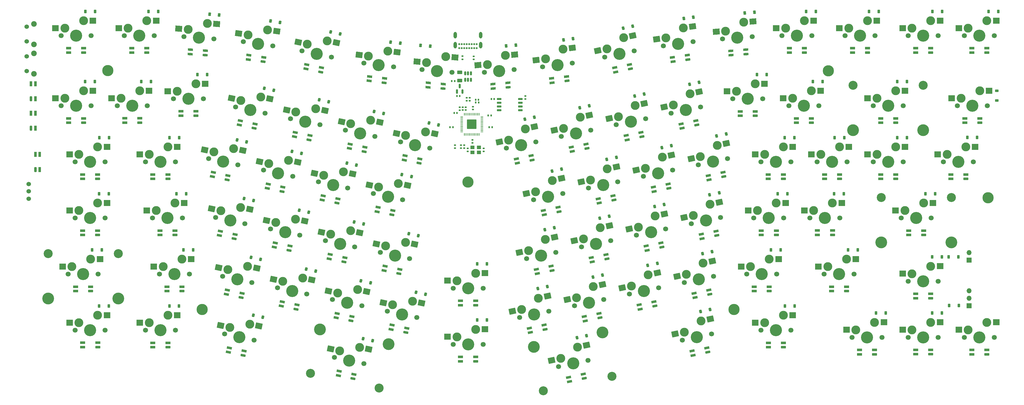
<source format=gbr>
%TF.GenerationSoftware,KiCad,Pcbnew,7.0.10*%
%TF.CreationDate,2024-01-30T23:25:51+01:00*%
%TF.ProjectId,Wonderland,576f6e64-6572-46c6-916e-642e6b696361,rev?*%
%TF.SameCoordinates,Original*%
%TF.FileFunction,Soldermask,Bot*%
%TF.FilePolarity,Negative*%
%FSLAX46Y46*%
G04 Gerber Fmt 4.6, Leading zero omitted, Abs format (unit mm)*
G04 Created by KiCad (PCBNEW 7.0.10) date 2024-01-30 23:25:51*
%MOMM*%
%LPD*%
G01*
G04 APERTURE LIST*
G04 Aperture macros list*
%AMRoundRect*
0 Rectangle with rounded corners*
0 $1 Rounding radius*
0 $2 $3 $4 $5 $6 $7 $8 $9 X,Y pos of 4 corners*
0 Add a 4 corners polygon primitive as box body*
4,1,4,$2,$3,$4,$5,$6,$7,$8,$9,$2,$3,0*
0 Add four circle primitives for the rounded corners*
1,1,$1+$1,$2,$3*
1,1,$1+$1,$4,$5*
1,1,$1+$1,$6,$7*
1,1,$1+$1,$8,$9*
0 Add four rect primitives between the rounded corners*
20,1,$1+$1,$2,$3,$4,$5,0*
20,1,$1+$1,$4,$5,$6,$7,0*
20,1,$1+$1,$6,$7,$8,$9,0*
20,1,$1+$1,$8,$9,$2,$3,0*%
%AMRotRect*
0 Rectangle, with rotation*
0 The origin of the aperture is its center*
0 $1 length*
0 $2 width*
0 $3 Rotation angle, in degrees counterclockwise*
0 Add horizontal line*
21,1,$1,$2,0,0,$3*%
G04 Aperture macros list end*
%ADD10C,1.700000*%
%ADD11C,3.000000*%
%ADD12C,4.100000*%
%ADD13R,2.300000X2.000000*%
%ADD14R,1.700000X0.820000*%
%ADD15RoundRect,0.205000X-0.645000X-0.205000X0.645000X-0.205000X0.645000X0.205000X-0.645000X0.205000X0*%
%ADD16RotRect,1.700000X0.820000X12.000000*%
%ADD17RoundRect,0.205000X-0.588283X-0.334623X0.673527X-0.066417X0.588283X0.334623X-0.673527X0.066417X0*%
%ADD18RotRect,1.700000X0.820000X352.000000*%
%ADD19RoundRect,0.205000X-0.667253X-0.113238X0.610192X-0.292772X0.667253X0.113238X-0.610192X0.292772X0*%
%ADD20RotRect,1.700000X0.820000X8.000000*%
%ADD21RoundRect,0.205000X-0.610192X-0.292772X0.667253X-0.113238X0.610192X0.292772X-0.667253X0.113238X0*%
%ADD22RotRect,1.700000X0.820000X348.000000*%
%ADD23RoundRect,0.205000X-0.673527X-0.066417X0.588283X-0.334623X0.673527X0.066417X-0.588283X0.334623X0*%
%ADD24RotRect,1.700000X0.820000X353.000000*%
%ADD25RoundRect,0.205000X-0.665175X-0.124866X0.615209X-0.282078X0.665175X0.124866X-0.615209X0.282078X0*%
%ADD26RotRect,2.300000X2.000000X168.000000*%
%ADD27RotRect,2.300000X2.000000X192.000000*%
%ADD28RotRect,1.700000X0.820000X4.000000*%
%ADD29RoundRect,0.205000X-0.629129X-0.249494X0.657729X-0.159508X0.629129X0.249494X-0.657729X0.159508X0*%
%ADD30RotRect,2.300000X2.000000X176.000000*%
%ADD31C,3.050000*%
%ADD32C,4.000000*%
%ADD33C,3.800000*%
%ADD34C,1.524000*%
%ADD35C,1.900000*%
%ADD36RotRect,2.300000X2.000000X184.000000*%
%ADD37RotRect,2.300000X2.000000X172.000000*%
%ADD38RotRect,2.300000X2.000000X188.000000*%
%ADD39RotRect,2.300000X2.000000X173.000000*%
%ADD40RotRect,2.300000X2.000000X187.000000*%
%ADD41RotRect,1.700000X0.820000X7.000000*%
%ADD42RoundRect,0.205000X-0.615209X-0.282078X0.665175X-0.124866X0.615209X0.282078X-0.665175X0.124866X0*%
%ADD43R,0.820000X1.700000*%
%ADD44RoundRect,0.205000X-0.205000X0.645000X-0.205000X-0.645000X0.205000X-0.645000X0.205000X0.645000X0*%
%ADD45RotRect,2.300000X2.000000X175.000000*%
%ADD46RotRect,1.700000X0.820000X5.000000*%
%ADD47RoundRect,0.205000X-0.624679X-0.260435X0.660413X-0.148004X0.624679X0.260435X-0.660413X0.148004X0*%
%ADD48RotRect,2.300000X2.000000X185.000000*%
%ADD49RotRect,1.700000X0.820000X356.000000*%
%ADD50RoundRect,0.205000X-0.657729X-0.159508X0.629129X-0.249494X0.657729X0.159508X-0.629129X0.249494X0*%
%ADD51RotRect,1.700000X0.820000X355.000000*%
%ADD52RoundRect,0.205000X-0.660413X-0.148004X0.624679X-0.260435X0.660413X0.148004X-0.624679X0.260435X0*%
%ADD53R,1.700000X1.700000*%
%ADD54O,1.700000X1.700000*%
%ADD55RoundRect,0.225000X0.225000X0.375000X-0.225000X0.375000X-0.225000X-0.375000X0.225000X-0.375000X0*%
%ADD56RoundRect,0.225000X0.142116X0.413585X-0.298050X0.320025X-0.142116X-0.413585X0.298050X-0.320025X0*%
%ADD57RoundRect,0.225000X0.375000X-0.225000X0.375000X0.225000X-0.375000X0.225000X-0.375000X-0.225000X0*%
%ADD58RoundRect,0.225000X0.298050X0.320025X-0.142116X0.413585X-0.298050X-0.320025X0.142116X-0.413585X0*%
%ADD59RoundRect,0.150000X0.150000X-0.587500X0.150000X0.587500X-0.150000X0.587500X-0.150000X-0.587500X0*%
%ADD60RoundRect,0.140000X0.170000X-0.140000X0.170000X0.140000X-0.170000X0.140000X-0.170000X-0.140000X0*%
%ADD61RoundRect,0.140000X-0.140000X-0.170000X0.140000X-0.170000X0.140000X0.170000X-0.140000X0.170000X0*%
%ADD62RoundRect,0.135000X-0.185000X0.135000X-0.185000X-0.135000X0.185000X-0.135000X0.185000X0.135000X0*%
%ADD63RoundRect,0.250000X-0.625000X0.375000X-0.625000X-0.375000X0.625000X-0.375000X0.625000X0.375000X0*%
%ADD64RoundRect,0.135000X0.185000X-0.135000X0.185000X0.135000X-0.185000X0.135000X-0.185000X-0.135000X0*%
%ADD65RoundRect,0.225000X0.250611X0.358391X-0.198293X0.389782X-0.250611X-0.358391X0.198293X-0.389782X0*%
%ADD66RoundRect,0.140000X-0.170000X0.140000X-0.170000X-0.140000X0.170000X-0.140000X0.170000X0.140000X0*%
%ADD67RoundRect,0.150000X0.150000X-0.512500X0.150000X0.512500X-0.150000X0.512500X-0.150000X-0.512500X0*%
%ADD68RoundRect,0.140000X0.140000X0.170000X-0.140000X0.170000X-0.140000X-0.170000X0.140000X-0.170000X0*%
%ADD69RoundRect,0.225000X0.256827X0.353963X-0.191460X0.393183X-0.256827X-0.353963X0.191460X-0.393183X0*%
%ADD70RoundRect,0.225000X0.269024X0.344784X-0.177622X0.399625X-0.269024X-0.344784X0.177622X-0.399625X0*%
%ADD71RoundRect,0.225000X0.170620X0.402664X-0.275000X0.340037X-0.170620X-0.402664X0.275000X-0.340037X0*%
%ADD72RoundRect,0.050000X0.387500X0.050000X-0.387500X0.050000X-0.387500X-0.050000X0.387500X-0.050000X0*%
%ADD73RoundRect,0.050000X0.050000X0.387500X-0.050000X0.387500X-0.050000X-0.387500X0.050000X-0.387500X0*%
%ADD74RoundRect,0.144000X1.456000X1.456000X-1.456000X1.456000X-1.456000X-1.456000X1.456000X-1.456000X0*%
%ADD75RoundRect,0.225000X0.198293X0.389782X-0.250611X0.358391X-0.198293X-0.389782X0.250611X-0.358391X0*%
%ADD76R,1.400000X1.200000*%
%ADD77RoundRect,0.150000X0.650000X0.150000X-0.650000X0.150000X-0.650000X-0.150000X0.650000X-0.150000X0*%
%ADD78RoundRect,0.225000X0.275000X0.340037X-0.170620X0.402664X-0.275000X-0.340037X0.170620X-0.402664X0*%
%ADD79RoundRect,0.225000X0.191460X0.393183X-0.256827X0.353963X-0.191460X-0.393183X0.256827X-0.353963X0*%
%ADD80RoundRect,0.225000X0.177622X0.399625X-0.269024X0.344784X-0.177622X-0.399625X0.269024X-0.344784X0*%
%ADD81C,0.650000*%
%ADD82O,1.108000X2.216000*%
G04 APERTURE END LIST*
D10*
%TO.C,KD1*%
X187402585Y-193282303D03*
D11*
X188672585Y-190742303D03*
D12*
X192482585Y-193282303D03*
D11*
X195022585Y-188202303D03*
D10*
X197562585Y-193282303D03*
D13*
X185482585Y-190702303D03*
X198182585Y-188162303D03*
%TD*%
D14*
%TO.C,RGBF7*%
X427295000Y-238015000D03*
X427295000Y-239515000D03*
D15*
X432395000Y-239515000D03*
D14*
X432395000Y-238015000D03*
%TD*%
D10*
%TO.C,KB11*%
X384283485Y-152801003D03*
D11*
X385553485Y-150261003D03*
D12*
X389363485Y-152801003D03*
D11*
X391903485Y-147721003D03*
D10*
X394443485Y-152801003D03*
D13*
X382363485Y-150221003D03*
X395063485Y-147681003D03*
%TD*%
D16*
%TO.C,RGBE8*%
X333924790Y-226701564D03*
X334236657Y-228168786D03*
D17*
X339225210Y-227108436D03*
D16*
X338913343Y-225641214D03*
%TD*%
D18*
%TO.C,RGBA3*%
X220129863Y-137968852D03*
X219921104Y-139454254D03*
D19*
X224971471Y-140164036D03*
D18*
X225180230Y-138678634D03*
%TD*%
D16*
%TO.C,RGBC6*%
X320056447Y-190695350D03*
X320368314Y-192162572D03*
D17*
X325356867Y-191102222D03*
D16*
X325045000Y-189635000D03*
%TD*%
D14*
%TO.C,RGBF1*%
X187555000Y-235625000D03*
X187555000Y-237125000D03*
D15*
X192655000Y-237125000D03*
D14*
X192655000Y-235625000D03*
%TD*%
D10*
%TO.C,KD11*%
X391427285Y-193282303D03*
D11*
X392697285Y-190742303D03*
D12*
X396507285Y-193282303D03*
D11*
X399047285Y-188202303D03*
D10*
X401587285Y-193282303D03*
D13*
X389507285Y-190702303D03*
X402207285Y-188162303D03*
%TD*%
D14*
%TO.C,RGBD11*%
X393955000Y-197535000D03*
X393955000Y-199035000D03*
D15*
X399055000Y-199035000D03*
D14*
X399055000Y-197535000D03*
%TD*%
D20*
%TO.C,RGBA10*%
X363815437Y-138677190D03*
X364024196Y-140162592D03*
D21*
X369074563Y-139452810D03*
D20*
X368865804Y-137967408D03*
%TD*%
D10*
%TO.C,KC12*%
X431908485Y-174232303D03*
D11*
X433178485Y-171692303D03*
D12*
X436988485Y-174232303D03*
D11*
X439528485Y-169152303D03*
D10*
X442068485Y-174232303D03*
D13*
X429988485Y-171652303D03*
X442688485Y-169112303D03*
%TD*%
D22*
%TO.C,RGBF3*%
X250776447Y-245254650D03*
X250464580Y-246721872D03*
D23*
X255453133Y-247782222D03*
D22*
X255765000Y-246315000D03*
%TD*%
D24*
%TO.C,RGBA5*%
X261095409Y-145219824D03*
X260912605Y-146708643D03*
D25*
X265974591Y-147330176D03*
D24*
X266157395Y-145841357D03*
%TD*%
D10*
%TO.C,KC4*%
X243721892Y-180988526D03*
D11*
X245492235Y-178768079D03*
D12*
X248690882Y-182044718D03*
D11*
X252231568Y-177603824D03*
D10*
X253659872Y-183100909D03*
D26*
X242380261Y-178065715D03*
X255330831Y-178221699D03*
%TD*%
D10*
%TO.C,KB10*%
X363403810Y-157657991D03*
D11*
X364117962Y-154909449D03*
D12*
X368372800Y-156601800D03*
D11*
X369801103Y-151104715D03*
D10*
X373341790Y-155545609D03*
D27*
X360989354Y-155533561D03*
X372883733Y-150408588D03*
%TD*%
D10*
%TO.C,KE3*%
X229850692Y-216991226D03*
D11*
X231621035Y-214770779D03*
D12*
X234819682Y-218047418D03*
D11*
X238360368Y-213606524D03*
D10*
X239788672Y-219103609D03*
D26*
X228509061Y-214068415D03*
X241459631Y-214224399D03*
%TD*%
D14*
%TO.C,RGBF10*%
X446345000Y-135615000D03*
X446345000Y-137115000D03*
D15*
X451445000Y-137115000D03*
D14*
X451445000Y-135615000D03*
%TD*%
D28*
%TO.C,RGBA11*%
X383598894Y-136474706D03*
X383703529Y-137971052D03*
D29*
X388791106Y-137615294D03*
D28*
X388686471Y-136118948D03*
%TD*%
D16*
%TO.C,RGBB8*%
X329496447Y-169205350D03*
X329808314Y-170672572D03*
D17*
X334796867Y-169612222D03*
D16*
X334485000Y-168145000D03*
%TD*%
D10*
%TO.C,KB9*%
X344770110Y-161618691D03*
D11*
X345484262Y-158870149D03*
D12*
X349739100Y-160562500D03*
D11*
X351167403Y-155065415D03*
D10*
X354708090Y-159506309D03*
D27*
X342355654Y-159494261D03*
X354250033Y-154369288D03*
%TD*%
D16*
%TO.C,RGBA9*%
X344236447Y-142225349D03*
X344548314Y-143692571D03*
D17*
X349536867Y-142632221D03*
D16*
X349225000Y-141164999D03*
%TD*%
D10*
%TO.C,KC1*%
X185021285Y-174232303D03*
D11*
X186291285Y-171692303D03*
D12*
X190101285Y-174232303D03*
D11*
X192641285Y-169152303D03*
D10*
X195181285Y-174232303D03*
D13*
X183101285Y-171652303D03*
X195801285Y-169112303D03*
%TD*%
D10*
%TO.C,KA2*%
X198081127Y-131703068D03*
D11*
X199525215Y-129257846D03*
D12*
X203148752Y-132057431D03*
D11*
X206036928Y-127166987D03*
D10*
X208216378Y-132411794D03*
D30*
X196345776Y-128995420D03*
X209192020Y-127347515D03*
%TD*%
D10*
%TO.C,KF8*%
X443814785Y-233763503D03*
D11*
X445084785Y-231223503D03*
D12*
X448894785Y-233763503D03*
D11*
X451434785Y-228683503D03*
D10*
X453974785Y-233763503D03*
D13*
X441894785Y-231183503D03*
X454594785Y-228643503D03*
%TD*%
D14*
%TO.C,RGBB13*%
X434445000Y-159425000D03*
X434445000Y-160925000D03*
D15*
X439545000Y-160925000D03*
D14*
X439545000Y-159425000D03*
%TD*%
D10*
%TO.C,KA9*%
X340872810Y-138594591D03*
D11*
X341586962Y-135846049D03*
D12*
X345841800Y-137538400D03*
D11*
X347270103Y-132041315D03*
D10*
X350810790Y-136482209D03*
D27*
X338458354Y-136470161D03*
X350352733Y-131345188D03*
%TD*%
D10*
%TO.C,KA12*%
X400952285Y-131369803D03*
D11*
X402222285Y-128829803D03*
D12*
X406032285Y-131369803D03*
D11*
X408572285Y-126289803D03*
D10*
X411112285Y-131369803D03*
D13*
X399032285Y-128789803D03*
X411732285Y-126249803D03*
%TD*%
D10*
%TO.C,KE8*%
X330567410Y-223064391D03*
D11*
X331281562Y-220315849D03*
D12*
X335536400Y-222008200D03*
D11*
X336964703Y-216511115D03*
D10*
X340505390Y-220952009D03*
D27*
X328152954Y-220939961D03*
X340047333Y-215814988D03*
%TD*%
D10*
%TO.C,KF0*%
X161208835Y-231382303D03*
D11*
X162478835Y-228842303D03*
D12*
X166288835Y-231382303D03*
D11*
X168828835Y-226302303D03*
D10*
X171368835Y-231382303D03*
D13*
X159288835Y-228802303D03*
X171988835Y-226262303D03*
%TD*%
D31*
%TO.C,KD13*%
X434613535Y-186282303D03*
D32*
X434613535Y-201522303D03*
D10*
X441433535Y-193282303D03*
D11*
X442703535Y-190742303D03*
D12*
X446513535Y-193282303D03*
D11*
X449053535Y-188202303D03*
D10*
X451593535Y-193282303D03*
D31*
X458413535Y-186282303D03*
D32*
X458413535Y-201522303D03*
D13*
X439513535Y-190702303D03*
X452213535Y-188162303D03*
%TD*%
D16*
%TO.C,RGBB10*%
X366766447Y-161285350D03*
X367078314Y-162752572D03*
D17*
X372066867Y-161692222D03*
D16*
X371755000Y-160225000D03*
%TD*%
D10*
%TO.C,KC11*%
X412858485Y-174232303D03*
D11*
X414128485Y-171692303D03*
D12*
X417938485Y-174232303D03*
D11*
X420478485Y-169152303D03*
D10*
X423018485Y-174232303D03*
D13*
X410938485Y-171652303D03*
X423638485Y-169112303D03*
%TD*%
D14*
%TO.C,RGBC1*%
X187555000Y-178485000D03*
X187555000Y-179985000D03*
D15*
X192655000Y-179985000D03*
D14*
X192655000Y-178485000D03*
%TD*%
D33*
%TO.C,MountTopMiddle6*%
X470866285Y-186384803D03*
%TD*%
D34*
%TO.C,RSW2*%
X144730000Y-133340000D03*
X144730000Y-128340000D03*
D35*
X147230000Y-134340000D03*
X147230000Y-127340000D03*
%TD*%
D10*
%TO.C,KA11*%
X380773388Y-132411833D03*
D11*
X381863113Y-129789430D03*
D12*
X385841013Y-132057470D03*
D11*
X388020463Y-126812663D03*
D10*
X390908638Y-131703107D03*
D36*
X378678093Y-129972050D03*
X391169975Y-126552330D03*
%TD*%
D10*
%TO.C,KD9*%
X351582310Y-199121891D03*
D11*
X352296462Y-196373349D03*
D12*
X356551300Y-198065700D03*
D11*
X357979603Y-192568615D03*
D10*
X361520290Y-197009509D03*
D27*
X349167854Y-196997461D03*
X361062233Y-191872488D03*
%TD*%
D10*
%TO.C,KA13*%
X422383485Y-131369803D03*
D11*
X423653485Y-128829803D03*
D12*
X427463485Y-131369803D03*
D11*
X430003485Y-126289803D03*
D10*
X432543485Y-131369803D03*
D13*
X420463485Y-128789803D03*
X433163485Y-126249803D03*
%TD*%
D10*
%TO.C,KD4*%
X246103192Y-200970226D03*
D11*
X247873535Y-198749779D03*
D12*
X251072182Y-202026418D03*
D11*
X254612868Y-197585524D03*
D10*
X256041172Y-203082609D03*
D26*
X244761561Y-198047415D03*
X257712131Y-198203399D03*
%TD*%
D10*
%TO.C,KA3*%
X218213503Y-133410031D03*
D11*
X219824643Y-131071500D03*
D12*
X223244065Y-134117030D03*
D11*
X226466345Y-129439968D03*
D10*
X228274626Y-134824029D03*
D37*
X216671255Y-130587927D03*
X229601159Y-129840144D03*
%TD*%
D32*
%TO.C,KF4*%
X316827121Y-237036464D03*
D31*
X319995695Y-251943434D03*
D10*
X325211280Y-243678443D03*
D11*
X325925432Y-240929900D03*
D12*
X330180270Y-242622251D03*
D11*
X331608573Y-237125166D03*
D10*
X335149259Y-241566060D03*
D32*
X340107034Y-232088166D03*
D31*
X343275608Y-246995136D03*
D27*
X322796824Y-241554012D03*
X334691203Y-236429039D03*
%TD*%
D14*
%TO.C,RGBD12*%
X413005000Y-197515000D03*
X413005000Y-199015000D03*
D15*
X418105000Y-199015000D03*
D14*
X418105000Y-197515000D03*
%TD*%
%TO.C,RGBB1*%
X178025000Y-159415000D03*
X178025000Y-160915000D03*
D15*
X183125000Y-160915000D03*
D14*
X183125000Y-159415000D03*
%TD*%
D10*
%TO.C,KF10*%
X443814785Y-131369803D03*
D11*
X445084785Y-128829803D03*
D12*
X448894785Y-131369803D03*
D11*
X451434785Y-126289803D03*
D10*
X453974785Y-131369803D03*
D13*
X441894785Y-128789803D03*
X454594785Y-126249803D03*
%TD*%
D10*
%TO.C,KB2*%
X194546285Y-152801003D03*
D11*
X195816285Y-150261003D03*
D12*
X199626285Y-152801003D03*
D11*
X202166285Y-147721003D03*
D10*
X204706285Y-152801003D03*
D13*
X192626285Y-150221003D03*
X205326285Y-147681003D03*
%TD*%
D10*
%TO.C,KA10*%
X360715150Y-134823982D03*
D11*
X361619291Y-132131951D03*
D12*
X365745712Y-134116983D03*
D11*
X367553994Y-128732921D03*
D10*
X370776274Y-133409983D03*
D38*
X358454769Y-132536303D03*
X370677674Y-128253523D03*
%TD*%
D14*
%TO.C,RGBB0*%
X158975000Y-159435000D03*
X158975000Y-160935000D03*
D15*
X164075000Y-160935000D03*
D14*
X164075000Y-159435000D03*
%TD*%
D10*
%TO.C,KB0*%
X156446285Y-155182303D03*
D11*
X157716285Y-152642303D03*
D12*
X161526285Y-155182303D03*
D11*
X164066285Y-150102303D03*
D10*
X166606285Y-155182303D03*
D13*
X154526285Y-152602303D03*
X167226285Y-150062303D03*
%TD*%
D10*
%TO.C,KB6*%
X271549092Y-167427726D03*
D11*
X273319435Y-165207279D03*
D12*
X276518082Y-168483918D03*
D11*
X280058768Y-164043024D03*
D10*
X281487072Y-169540109D03*
D26*
X270207461Y-164504915D03*
X283158031Y-164660899D03*
%TD*%
D33*
%TO.C,MountTopMiddle4*%
X384676285Y-224324803D03*
%TD*%
D10*
%TO.C,KA5*%
X259110447Y-140697614D03*
D11*
X260680529Y-138331321D03*
D12*
X264152582Y-141316711D03*
D11*
X267292745Y-136584124D03*
D10*
X269194716Y-141935807D03*
D39*
X257519181Y-137902856D03*
X270434066Y-136929530D03*
%TD*%
D22*
%TO.C,RGBD4*%
X247696447Y-205644650D03*
X247384580Y-207111872D03*
D23*
X252373133Y-208172222D03*
D22*
X252685000Y-206705000D03*
%TD*%
D10*
%TO.C,KB4*%
X234281692Y-159506326D03*
D11*
X236052035Y-157285879D03*
D12*
X239250682Y-160562518D03*
D11*
X242791368Y-156121624D03*
D10*
X244219672Y-161618709D03*
D26*
X232940061Y-156583515D03*
X245890631Y-156739499D03*
%TD*%
D10*
%TO.C,KE6*%
X289414885Y-236144803D03*
D11*
X290684885Y-233604803D03*
D12*
X294494885Y-236144803D03*
D11*
X297034885Y-231064803D03*
D10*
X299574885Y-236144803D03*
D13*
X287494885Y-233564803D03*
X300194885Y-231024803D03*
%TD*%
D10*
%TO.C,KC7*%
X335329910Y-183100891D03*
D11*
X336044062Y-180352349D03*
D12*
X340298900Y-182044700D03*
D11*
X341727203Y-176547615D03*
D10*
X345267890Y-180988509D03*
D27*
X332915454Y-180976461D03*
X344809833Y-175851488D03*
%TD*%
D10*
%TO.C,KC6*%
X316696210Y-187061591D03*
D11*
X317410362Y-184313049D03*
D12*
X321665200Y-186005400D03*
D11*
X323093503Y-180508315D03*
D10*
X326634190Y-184949209D03*
D27*
X314281754Y-184937161D03*
X326176133Y-179812188D03*
%TD*%
D22*
%TO.C,RGBE5*%
X268706447Y-229604650D03*
X268394580Y-231071872D03*
D23*
X273383133Y-232132222D03*
D22*
X273695000Y-230665000D03*
%TD*%
D10*
%TO.C,KE11*%
X389045985Y-212332303D03*
D11*
X390315985Y-209792303D03*
D12*
X394125985Y-212332303D03*
D11*
X396665985Y-207252303D03*
D10*
X399205985Y-212332303D03*
D13*
X387125985Y-209752303D03*
X399825985Y-207212303D03*
%TD*%
D14*
%TO.C,RGBF6*%
X396345000Y-235635000D03*
X396345000Y-237135000D03*
D15*
X401445000Y-237135000D03*
D14*
X401445000Y-235635000D03*
%TD*%
D10*
%TO.C,KA8*%
X319795058Y-141935796D03*
D11*
X320746044Y-139259955D03*
D12*
X324837193Y-141316700D03*
D11*
X326739164Y-135965017D03*
D10*
X329879327Y-140697603D03*
D40*
X317574947Y-139609016D03*
X329870735Y-135540208D03*
%TD*%
D16*
%TO.C,RGBD7*%
X317676447Y-210675350D03*
X317988314Y-212142572D03*
D17*
X322976867Y-211082222D03*
D16*
X322665000Y-209615000D03*
%TD*%
D22*
%TO.C,RGBB6*%
X273136657Y-172111214D03*
X272824790Y-173578436D03*
D23*
X277813343Y-174638786D03*
D22*
X278125210Y-173171564D03*
%TD*%
D10*
%TO.C,KE4*%
X248484392Y-220952026D03*
D11*
X250254735Y-218731579D03*
D12*
X253453382Y-222008218D03*
D11*
X256994068Y-217567324D03*
D10*
X258422372Y-223064409D03*
D26*
X247142761Y-218029215D03*
X260093331Y-218185199D03*
%TD*%
D10*
%TO.C,KF11*%
X462864785Y-131369803D03*
D11*
X464134785Y-128829803D03*
D12*
X467944785Y-131369803D03*
D11*
X470484785Y-126289803D03*
D10*
X473024785Y-131369803D03*
D13*
X460944785Y-128789803D03*
X473644785Y-126249803D03*
%TD*%
D10*
%TO.C,KC3*%
X225088192Y-177027826D03*
D11*
X226858535Y-174807379D03*
D12*
X230057182Y-178084018D03*
D11*
X233597868Y-173643124D03*
D10*
X235026172Y-179140209D03*
D26*
X223746561Y-174105015D03*
X236697131Y-174260999D03*
%TD*%
D10*
%TO.C,KB3*%
X215647992Y-155545626D03*
D11*
X217418335Y-153325179D03*
D12*
X220616982Y-156601818D03*
D11*
X224157668Y-152160924D03*
D10*
X225585972Y-157658009D03*
D26*
X214306361Y-152622815D03*
X227256931Y-152778799D03*
%TD*%
D14*
%TO.C,RGBF11*%
X465395000Y-135625000D03*
X465395000Y-137125000D03*
D15*
X470495000Y-137125000D03*
D14*
X470495000Y-135625000D03*
%TD*%
D10*
%TO.C,KD7*%
X314314910Y-207043391D03*
D11*
X315029062Y-204294849D03*
D12*
X319283900Y-205987200D03*
D11*
X320712203Y-200490115D03*
D10*
X324252890Y-204931009D03*
D27*
X311900454Y-204918961D03*
X323794833Y-199793988D03*
%TD*%
D33*
%TO.C,MountTopMiddle1*%
X172256285Y-143174803D03*
%TD*%
D14*
%TO.C,RGBF8*%
X446345000Y-238005000D03*
X446345000Y-239505000D03*
D15*
X451445000Y-239505000D03*
D14*
X451445000Y-238005000D03*
%TD*%
D22*
%TO.C,RGBE3*%
X231436657Y-221671214D03*
X231124790Y-223138436D03*
D23*
X236113343Y-224198786D03*
D22*
X236425210Y-222731564D03*
%TD*%
D14*
%TO.C,RGBD1*%
X189935000Y-197535000D03*
X189935000Y-199035000D03*
D15*
X195035000Y-199035000D03*
D14*
X195035000Y-197535000D03*
%TD*%
D16*
%TO.C,RGBF5*%
X370496447Y-238395350D03*
X370808314Y-239862572D03*
D17*
X375796867Y-238802222D03*
D16*
X375485000Y-237335000D03*
%TD*%
D14*
%TO.C,RGBB11*%
X386815000Y-157055000D03*
X386815000Y-158555000D03*
D15*
X391915000Y-158555000D03*
D14*
X391915000Y-157055000D03*
%TD*%
%TO.C,RGBE11*%
X391575000Y-216585000D03*
X391575000Y-218085000D03*
D15*
X396675000Y-218085000D03*
D14*
X396675000Y-216585000D03*
%TD*%
D34*
%TO.C,RSW1*%
X144730000Y-143340003D03*
X144730000Y-138340003D03*
D35*
X147230000Y-144340003D03*
X147230000Y-137340003D03*
%TD*%
D16*
%TO.C,RGBB7*%
X310866447Y-173175350D03*
X311178314Y-174642572D03*
D17*
X316166867Y-173582222D03*
D16*
X315855000Y-172115000D03*
%TD*%
D10*
%TO.C,KD2*%
X208835792Y-193048826D03*
D11*
X210606135Y-190828379D03*
D12*
X213804782Y-194105018D03*
D11*
X217345468Y-189664124D03*
D10*
X218773772Y-195161209D03*
D26*
X207494161Y-190126015D03*
X220444731Y-190281999D03*
%TD*%
D10*
%TO.C,KD6*%
X289414885Y-217094803D03*
D11*
X290684885Y-214554803D03*
D12*
X294494885Y-217094803D03*
D11*
X297034885Y-212014803D03*
D10*
X299574885Y-217094803D03*
D13*
X287494885Y-214514803D03*
X300194885Y-211974803D03*
%TD*%
D10*
%TO.C,KF7*%
X424764785Y-233763503D03*
D11*
X426034785Y-231223503D03*
D12*
X429844785Y-233763503D03*
D11*
X432384785Y-228683503D03*
D10*
X434924785Y-233763503D03*
D13*
X422844785Y-231183503D03*
X435544785Y-228643503D03*
%TD*%
D14*
%TO.C,RGBE12*%
X417775000Y-216585000D03*
X417775000Y-218085000D03*
D15*
X422875000Y-218085000D03*
D14*
X422875000Y-216585000D03*
%TD*%
%TO.C,RGBA13*%
X424915000Y-135615000D03*
X424915000Y-137115000D03*
D15*
X430015000Y-137115000D03*
D14*
X430015000Y-135615000D03*
%TD*%
D16*
%TO.C,RGBB9*%
X348134790Y-165251564D03*
X348446657Y-166718786D03*
D17*
X353435210Y-165658436D03*
D16*
X353123343Y-164191214D03*
%TD*%
D14*
%TO.C,RGBE13*%
X446345000Y-218965000D03*
X446345000Y-220465000D03*
D15*
X451445000Y-220465000D03*
D14*
X451445000Y-218965000D03*
%TD*%
D10*
%TO.C,KC2*%
X206454492Y-173067026D03*
D11*
X208224835Y-170846579D03*
D12*
X211423482Y-174123218D03*
D11*
X214964168Y-169682324D03*
D10*
X216392472Y-175179409D03*
D26*
X205112861Y-170144215D03*
X218063431Y-170300199D03*
%TD*%
D33*
%TO.C,MountTopMiddle3*%
X294475000Y-181015000D03*
%TD*%
D10*
%TO.C,KE12*%
X415239735Y-212332303D03*
D11*
X416509735Y-209792303D03*
D12*
X420319735Y-212332303D03*
D11*
X422859735Y-207252303D03*
D10*
X425399735Y-212332303D03*
D13*
X413319735Y-209752303D03*
X426019735Y-207212303D03*
%TD*%
D10*
%TO.C,KC13*%
X455720985Y-174232303D03*
D11*
X456990985Y-171692303D03*
D12*
X460800985Y-174232303D03*
D11*
X463340985Y-169152303D03*
D10*
X465880985Y-174232303D03*
D13*
X453800985Y-171652303D03*
X466500985Y-169112303D03*
%TD*%
D14*
%TO.C,RGBC10*%
X396335000Y-178475000D03*
X396335000Y-179975000D03*
D15*
X401435000Y-179975000D03*
D14*
X401435000Y-178475000D03*
%TD*%
D16*
%TO.C,RGBF4*%
X328566447Y-247305350D03*
X328878314Y-248772572D03*
D17*
X333866867Y-247712222D03*
D16*
X333555000Y-246245000D03*
%TD*%
%TO.C,RGBD9*%
X354936447Y-202745350D03*
X355248314Y-204212572D03*
D17*
X360236867Y-203152222D03*
D16*
X359925000Y-201685000D03*
%TD*%
D10*
%TO.C,KE5*%
X267118192Y-224912726D03*
D11*
X268888535Y-222692279D03*
D12*
X272087182Y-225968918D03*
D11*
X275627868Y-221528024D03*
D10*
X277056172Y-227025109D03*
D26*
X265776561Y-221989915D03*
X278727131Y-222145899D03*
%TD*%
D14*
%TO.C,RGBC0*%
X163735000Y-178485000D03*
X163735000Y-179985000D03*
D15*
X168835000Y-179985000D03*
D14*
X168835000Y-178485000D03*
%TD*%
%TO.C,RGBC11*%
X415395000Y-178485000D03*
X415395000Y-179985000D03*
D15*
X420495000Y-179985000D03*
D14*
X420495000Y-178485000D03*
%TD*%
D41*
%TO.C,RGBA8*%
X322822605Y-145841357D03*
X323005409Y-147330176D03*
D42*
X328067395Y-146708643D03*
D41*
X327884591Y-145219824D03*
%TD*%
D10*
%TO.C,KC5*%
X262355692Y-184949226D03*
D11*
X264126035Y-182728779D03*
D12*
X267324682Y-186005418D03*
D11*
X270865368Y-181564524D03*
D10*
X272293672Y-187061609D03*
D26*
X261014061Y-182026415D03*
X273964631Y-182182399D03*
%TD*%
D10*
%TO.C,KC8*%
X353963610Y-179140191D03*
D11*
X354677762Y-176391649D03*
D12*
X358932600Y-178084000D03*
D11*
X360360903Y-172586915D03*
D10*
X363901590Y-177027809D03*
D27*
X351549154Y-177015761D03*
X363443533Y-171890788D03*
%TD*%
D10*
%TO.C,KA4*%
X238178992Y-136482226D03*
D11*
X239949335Y-134261779D03*
D12*
X243147982Y-137538418D03*
D11*
X246688668Y-133097524D03*
D10*
X248116972Y-138594609D03*
D26*
X236837361Y-133559415D03*
X249787931Y-133715399D03*
%TD*%
D43*
%TO.C,RGBI0*%
X149190000Y-171682303D03*
X147690000Y-171682303D03*
D44*
X147690000Y-176782303D03*
D43*
X149190000Y-176782303D03*
%TD*%
%TO.C,RGBI2*%
X147690000Y-147710000D03*
X146190000Y-147710000D03*
D44*
X146190000Y-152810000D03*
D43*
X147690000Y-152810000D03*
%TD*%
D14*
%TO.C,RGBA1*%
X180405000Y-135615000D03*
X180405000Y-137115000D03*
D15*
X185505000Y-137115000D03*
D14*
X185505000Y-135615000D03*
%TD*%
%TO.C,RGBC13*%
X458255000Y-178475000D03*
X458255000Y-179975000D03*
D15*
X463355000Y-179975000D03*
D14*
X463355000Y-178475000D03*
%TD*%
D16*
%TO.C,RGBD10*%
X373576447Y-198785350D03*
X373888314Y-200252572D03*
D17*
X378876867Y-199192222D03*
D16*
X378565000Y-197725000D03*
%TD*%
D10*
%TO.C,KD0*%
X161208835Y-193282303D03*
D11*
X162478835Y-190742303D03*
D12*
X166288835Y-193282303D03*
D11*
X168828835Y-188202303D03*
D10*
X171368835Y-193282303D03*
D13*
X159288835Y-190702303D03*
X171988835Y-188162303D03*
%TD*%
D10*
%TO.C,KA6*%
X278865312Y-142899665D03*
D11*
X280351855Y-140480018D03*
D12*
X283925981Y-143342416D03*
D11*
X286899067Y-138503122D03*
D10*
X288986650Y-143785167D03*
D45*
X277177480Y-140162143D03*
X290050528Y-138738687D03*
%TD*%
D14*
%TO.C,RGBF12*%
X463015000Y-159435000D03*
X463015000Y-160935000D03*
D15*
X468115000Y-160935000D03*
D14*
X468115000Y-159435000D03*
%TD*%
D10*
%TO.C,KD12*%
X410477285Y-193282303D03*
D11*
X411747285Y-190742303D03*
D12*
X415557285Y-193282303D03*
D11*
X418097285Y-188202303D03*
D10*
X420637285Y-193282303D03*
D13*
X408557285Y-190702303D03*
X421257285Y-188162303D03*
%TD*%
D46*
%TO.C,RGBA7*%
X302894407Y-147799493D03*
X303025140Y-149293785D03*
D47*
X308105733Y-148849291D03*
D46*
X307975000Y-147354999D03*
%TD*%
D10*
%TO.C,KB12*%
X403333485Y-155182303D03*
D11*
X404603485Y-152642303D03*
D12*
X408413485Y-155182303D03*
D11*
X410953485Y-150102303D03*
D10*
X413493485Y-155182303D03*
D13*
X401413485Y-152602303D03*
X414113485Y-150062303D03*
%TD*%
D10*
%TO.C,KF2*%
X211914706Y-232654416D03*
D11*
X213685049Y-230433969D03*
D12*
X216883696Y-233710607D03*
D11*
X220424382Y-229269713D03*
D10*
X221852686Y-234766799D03*
D26*
X210573075Y-229731605D03*
X223523645Y-229887588D03*
%TD*%
D34*
%TO.C,J3*%
X145455004Y-186690001D03*
X145455004Y-184190001D03*
X145455004Y-181690001D03*
%TD*%
D10*
%TO.C,KA0*%
X156446285Y-131369803D03*
D11*
X157716285Y-128829803D03*
D12*
X161526285Y-131369803D03*
D11*
X164066285Y-126289803D03*
D10*
X166606285Y-131369803D03*
D13*
X154526285Y-128789803D03*
X167226285Y-126249803D03*
%TD*%
D10*
%TO.C,KF12*%
X460483485Y-155182303D03*
D11*
X461753485Y-152642303D03*
D12*
X465563485Y-155182303D03*
D11*
X468103485Y-150102303D03*
D10*
X470643485Y-155182303D03*
D13*
X458563485Y-152602303D03*
X471263485Y-150062303D03*
%TD*%
D16*
%TO.C,RGBE9*%
X352554790Y-222731564D03*
X352866657Y-224198786D03*
D17*
X357855210Y-223138436D03*
D16*
X357543343Y-221671214D03*
%TD*%
D10*
%TO.C,KB7*%
X307502710Y-169540191D03*
D11*
X308216862Y-166791649D03*
D12*
X312471700Y-168484000D03*
D11*
X313900003Y-162986915D03*
D10*
X317440690Y-167427809D03*
D27*
X305088254Y-167415761D03*
X316982633Y-162290788D03*
%TD*%
D31*
%TO.C,KE0*%
X152007535Y-205332303D03*
D32*
X152007535Y-220572303D03*
D10*
X158827535Y-212332303D03*
D11*
X160097535Y-209792303D03*
D12*
X163907535Y-212332303D03*
D11*
X166447535Y-207252303D03*
D10*
X168987535Y-212332303D03*
D31*
X175807535Y-205332303D03*
D32*
X175807535Y-220572303D03*
D13*
X156907535Y-209752303D03*
X169607535Y-207212303D03*
%TD*%
D10*
%TO.C,KB8*%
X326136410Y-165579391D03*
D11*
X326850562Y-162830849D03*
D12*
X331105400Y-164523200D03*
D11*
X332533703Y-159026115D03*
D10*
X336074390Y-163467009D03*
D27*
X323721954Y-163454961D03*
X335616333Y-158329988D03*
%TD*%
D14*
%TO.C,RGBE1*%
X192325000Y-216585000D03*
X192325000Y-218085000D03*
D15*
X197425000Y-218085000D03*
D14*
X197425000Y-216585000D03*
%TD*%
D10*
%TO.C,KC9*%
X372597310Y-175179491D03*
D11*
X373311462Y-172430949D03*
D12*
X377566300Y-174123300D03*
D11*
X378994603Y-168626215D03*
D10*
X382535290Y-173067109D03*
D27*
X370182854Y-173055061D03*
X382077233Y-167930088D03*
%TD*%
D22*
%TO.C,RGBC2*%
X208046657Y-177751214D03*
X207734790Y-179218436D03*
D23*
X212723343Y-180278786D03*
D22*
X213035210Y-178811564D03*
%TD*%
D31*
%TO.C,KB13*%
X425088485Y-148182303D03*
D32*
X425088485Y-163422303D03*
D10*
X431908485Y-155182303D03*
D11*
X433178485Y-152642303D03*
D12*
X436988485Y-155182303D03*
D11*
X439528485Y-150102303D03*
D10*
X442068485Y-155182303D03*
D31*
X448888485Y-148182303D03*
D32*
X448888485Y-163422303D03*
D13*
X429988485Y-152602303D03*
X442688485Y-150062303D03*
%TD*%
D10*
%TO.C,KB5*%
X252915392Y-163467026D03*
D11*
X254685735Y-161246579D03*
D12*
X257884382Y-164523218D03*
D11*
X261425068Y-160082324D03*
D10*
X262853372Y-165579409D03*
D26*
X251573761Y-160544215D03*
X264524331Y-160700199D03*
%TD*%
D10*
%TO.C,KE1*%
X189783785Y-212332303D03*
D11*
X191053785Y-209792303D03*
D12*
X194863785Y-212332303D03*
D11*
X197403785Y-207252303D03*
D10*
X199943785Y-212332303D03*
D13*
X187863785Y-209752303D03*
X200563785Y-207212303D03*
%TD*%
D22*
%TO.C,RGBC5*%
X263946657Y-189631214D03*
X263634790Y-191098436D03*
D23*
X268623343Y-192158786D03*
D22*
X268935210Y-190691564D03*
%TD*%
D10*
%TO.C,KC0*%
X161208785Y-174232303D03*
D11*
X162478785Y-171692303D03*
D12*
X166288785Y-174232303D03*
D11*
X168828785Y-169152303D03*
D10*
X171368785Y-174232303D03*
D13*
X159288785Y-171652303D03*
X171988785Y-169112303D03*
%TD*%
D10*
%TO.C,KA7*%
X300003129Y-143785150D03*
D11*
X301046921Y-141144128D03*
D12*
X305063798Y-143342399D03*
D11*
X307151381Y-138060354D03*
D10*
X310124467Y-142899648D03*
D48*
X297865573Y-141382307D03*
X310295870Y-137745094D03*
%TD*%
D16*
%TO.C,RGBD8*%
X336304790Y-206711564D03*
X336616657Y-208178786D03*
D17*
X341605210Y-207118436D03*
D16*
X341293343Y-205651214D03*
%TD*%
D32*
%TO.C,KF3*%
X244223480Y-231102362D03*
D31*
X241054906Y-246009331D03*
D10*
X249182190Y-240575854D03*
D11*
X250952533Y-238355407D03*
D12*
X254151180Y-241632046D03*
D11*
X257691866Y-237191152D03*
D10*
X259120170Y-242688237D03*
D32*
X267503393Y-236050660D03*
D31*
X264334819Y-250957630D03*
D26*
X247840559Y-237653043D03*
X260791129Y-237809027D03*
%TD*%
D22*
%TO.C,RGBB3*%
X217236657Y-160221214D03*
X216924790Y-161688436D03*
D23*
X221913343Y-162748786D03*
D22*
X222225210Y-161281564D03*
%TD*%
D14*
%TO.C,RGBF0*%
X163745000Y-235615000D03*
X163745000Y-237115000D03*
D15*
X168845000Y-237115000D03*
D14*
X168845000Y-235615000D03*
%TD*%
%TO.C,RGBA0*%
X158965000Y-135615000D03*
X158965000Y-137115000D03*
D15*
X164065000Y-137115000D03*
D14*
X164065000Y-135615000D03*
%TD*%
D33*
%TO.C,MountTopMiddle5*%
X416676285Y-143254803D03*
%TD*%
D10*
%TO.C,KF9*%
X462864785Y-233763503D03*
D11*
X464134785Y-231223503D03*
D12*
X467944785Y-233763503D03*
D11*
X470484785Y-228683503D03*
D10*
X473024785Y-233763503D03*
D13*
X460944785Y-231183503D03*
X473644785Y-228643503D03*
%TD*%
D14*
%TO.C,RGBE0*%
X161355000Y-216585000D03*
X161355000Y-218085000D03*
D15*
X166455000Y-218085000D03*
D14*
X166455000Y-216585000D03*
%TD*%
D22*
%TO.C,RGBC3*%
X226676447Y-181714650D03*
X226364580Y-183181872D03*
D23*
X231353133Y-184242222D03*
D22*
X231665000Y-182775000D03*
%TD*%
D10*
%TO.C,KD3*%
X227469492Y-197009526D03*
D11*
X229239835Y-194789079D03*
D12*
X232438482Y-198065718D03*
D11*
X235979168Y-193624824D03*
D10*
X237407472Y-199121909D03*
D26*
X226127861Y-194086715D03*
X239078431Y-194242699D03*
%TD*%
D10*
%TO.C,KE2*%
X211216992Y-213030526D03*
D11*
X212987335Y-210810079D03*
D12*
X216185982Y-214086718D03*
D11*
X219726668Y-209645824D03*
D10*
X221154972Y-215142909D03*
D26*
X209875361Y-210107715D03*
X222825931Y-210263699D03*
%TD*%
D10*
%TO.C,KF5*%
X367137124Y-234766802D03*
D11*
X367851276Y-232018259D03*
D12*
X372106114Y-233710610D03*
D11*
X373534417Y-228213525D03*
D10*
X377075104Y-232654419D03*
D27*
X364722668Y-232642371D03*
X376617047Y-227517398D03*
%TD*%
D22*
%TO.C,RGBE4*%
X250076657Y-225631214D03*
X249764790Y-227098436D03*
D23*
X254753343Y-228158786D03*
D22*
X255065210Y-226691564D03*
%TD*%
D10*
%TO.C,KD8*%
X332948610Y-203082591D03*
D11*
X333662762Y-200334049D03*
D12*
X337917600Y-202026400D03*
D11*
X339345903Y-196529315D03*
D10*
X342886590Y-200970209D03*
D27*
X330534154Y-200958161D03*
X342428533Y-195833188D03*
%TD*%
D10*
%TO.C,KD5*%
X264736892Y-204930926D03*
D11*
X266507235Y-202710479D03*
D12*
X269705882Y-205987118D03*
D11*
X273246568Y-201546224D03*
D10*
X274674872Y-207043309D03*
D26*
X263395261Y-202008115D03*
X276345831Y-202164099D03*
%TD*%
D14*
%TO.C,RGBC12*%
X434445000Y-178485000D03*
X434445000Y-179985000D03*
D15*
X439545000Y-179985000D03*
D14*
X439545000Y-178485000D03*
%TD*%
%TO.C,RGBF9*%
X465395000Y-238015000D03*
X465395000Y-239515000D03*
D15*
X470495000Y-239515000D03*
D14*
X470495000Y-238015000D03*
%TD*%
%TO.C,RGBD0*%
X163735000Y-197535000D03*
X163735000Y-199035000D03*
D15*
X168835000Y-199035000D03*
D14*
X168835000Y-197535000D03*
%TD*%
D16*
%TO.C,RGBC7*%
X338684790Y-186731564D03*
X338996657Y-188198786D03*
D17*
X343985210Y-187138436D03*
D16*
X343673343Y-185671214D03*
%TD*%
%TO.C,RGBE10*%
X371194790Y-218771564D03*
X371506657Y-220238786D03*
D17*
X376495210Y-219178436D03*
D16*
X376183343Y-217711214D03*
%TD*%
D10*
%TO.C,KC10*%
X393808485Y-174232303D03*
D11*
X395078485Y-171692303D03*
D12*
X398888485Y-174232303D03*
D11*
X401428485Y-169152303D03*
D10*
X403968485Y-174232303D03*
D13*
X391888485Y-171652303D03*
X404588485Y-169112303D03*
%TD*%
D14*
%TO.C,RGBA12*%
X403475000Y-135615000D03*
X403475000Y-137115000D03*
D15*
X408575000Y-137115000D03*
D14*
X408575000Y-135615000D03*
%TD*%
D16*
%TO.C,RGBC9*%
X375954790Y-178811564D03*
X376266657Y-180278786D03*
D17*
X381255210Y-179218436D03*
D16*
X380943343Y-177751214D03*
%TD*%
D49*
%TO.C,RGBA2*%
X200293888Y-136109134D03*
X200189253Y-137605480D03*
D50*
X205276830Y-137961238D03*
D49*
X205381465Y-136464892D03*
%TD*%
D22*
%TO.C,RGBB4*%
X235876447Y-164194650D03*
X235564580Y-165661872D03*
D23*
X240553133Y-166722222D03*
D22*
X240865000Y-165255000D03*
%TD*%
D16*
%TO.C,RGBC8*%
X357326447Y-182765350D03*
X357638314Y-184232572D03*
D17*
X362626867Y-183172222D03*
D16*
X362315000Y-181705000D03*
%TD*%
D22*
%TO.C,RGBB5*%
X254506447Y-168154650D03*
X254194580Y-169621872D03*
D23*
X259183133Y-170682222D03*
D22*
X259495000Y-169215000D03*
%TD*%
D14*
%TO.C,RGBB2*%
X197075000Y-157045000D03*
X197075000Y-158545000D03*
D15*
X202175000Y-158545000D03*
D14*
X202175000Y-157045000D03*
%TD*%
D10*
%TO.C,KA1*%
X177877585Y-131369803D03*
D11*
X179147585Y-128829803D03*
D12*
X182957585Y-131369803D03*
D11*
X185497585Y-126289803D03*
D10*
X188037585Y-131369803D03*
D13*
X175957585Y-128789803D03*
X188657585Y-126249803D03*
%TD*%
D33*
%TO.C,MountTopMiddle2*%
X204266285Y-224354803D03*
%TD*%
D22*
%TO.C,RGBF2*%
X213506447Y-237334650D03*
X213194580Y-238801872D03*
D23*
X218183133Y-239862222D03*
D22*
X218495000Y-238395000D03*
%TD*%
D10*
%TO.C,KE9*%
X349201110Y-219103691D03*
D11*
X349915262Y-216355149D03*
D12*
X354170100Y-218047500D03*
D11*
X355598403Y-212550415D03*
D10*
X359139090Y-216991309D03*
D27*
X346786654Y-216979261D03*
X358681033Y-211854288D03*
%TD*%
D16*
%TO.C,RGBE7*%
X315294790Y-230651564D03*
X315606657Y-232118786D03*
D17*
X320595210Y-231058436D03*
D16*
X320283343Y-229591214D03*
%TD*%
D22*
%TO.C,RGBD5*%
X266326447Y-209614650D03*
X266014580Y-211081872D03*
D23*
X271003133Y-212142222D03*
D22*
X271315000Y-210675000D03*
%TD*%
D14*
%TO.C,RGBB12*%
X405875000Y-159435000D03*
X405875000Y-160935000D03*
D15*
X410975000Y-160935000D03*
D14*
X410975000Y-159435000D03*
%TD*%
D51*
%TO.C,RGBA6*%
X281020070Y-147355607D03*
X280889337Y-148849899D03*
D52*
X285969930Y-149294393D03*
D51*
X286100663Y-147800101D03*
%TD*%
D14*
%TO.C,RGBD13*%
X443965000Y-197525000D03*
X443965000Y-199025000D03*
D15*
X449065000Y-199025000D03*
D14*
X449065000Y-197525000D03*
%TD*%
D22*
%TO.C,RGBD2*%
X210436447Y-197734650D03*
X210124580Y-199201872D03*
D23*
X215113133Y-200262222D03*
D22*
X215425000Y-198795000D03*
%TD*%
D14*
%TO.C,RGBE6*%
X291940000Y-240385000D03*
X291940000Y-241885000D03*
D15*
X297040000Y-241885000D03*
D14*
X297040000Y-240385000D03*
%TD*%
%TO.C,RGBD6*%
X291945000Y-221345000D03*
X291945000Y-222845000D03*
D15*
X297045000Y-222845000D03*
D14*
X297045000Y-221345000D03*
%TD*%
D10*
%TO.C,KE10*%
X367834810Y-215142891D03*
D11*
X368548962Y-212394349D03*
D12*
X372803800Y-214086700D03*
D11*
X374232103Y-208589615D03*
D10*
X377772790Y-213030509D03*
D27*
X365420354Y-213018461D03*
X377314733Y-207893488D03*
%TD*%
D43*
%TO.C,RGBI1*%
X147690000Y-157690000D03*
X146190000Y-157690000D03*
D44*
X146190000Y-162790000D03*
D43*
X147690000Y-162790000D03*
%TD*%
D53*
%TO.C,J1*%
X464469785Y-223022903D03*
D54*
X464469785Y-220482903D03*
X464469785Y-217942903D03*
%TD*%
D22*
%TO.C,RGBA4*%
X239776657Y-141161214D03*
X239464790Y-142628436D03*
D23*
X244453343Y-143688786D03*
D22*
X244765210Y-142221564D03*
%TD*%
%TO.C,RGBD3*%
X229056447Y-201684650D03*
X228744580Y-203151872D03*
D23*
X233733133Y-204212222D03*
D22*
X234045000Y-202745000D03*
%TD*%
D10*
%TO.C,KF6*%
X393808535Y-231382303D03*
D11*
X395078535Y-228842303D03*
D12*
X398888535Y-231382303D03*
D11*
X401428535Y-226302303D03*
D10*
X403968535Y-231382303D03*
D13*
X391888535Y-228802303D03*
X404588535Y-226262303D03*
%TD*%
D10*
%TO.C,KB1*%
X175496285Y-155182303D03*
D11*
X176766285Y-152642303D03*
D12*
X180576285Y-155182303D03*
D11*
X183116285Y-150102303D03*
D10*
X185656285Y-155182303D03*
D13*
X173576285Y-152602303D03*
X186276285Y-150062303D03*
%TD*%
D10*
%TO.C,KD10*%
X370216010Y-195161191D03*
D11*
X370930162Y-192412649D03*
D12*
X375185000Y-194105000D03*
D11*
X376613303Y-188607915D03*
D10*
X380153990Y-193048809D03*
D27*
X367801554Y-193036761D03*
X379695933Y-187911788D03*
%TD*%
D10*
%TO.C,KF1*%
X185021335Y-231382303D03*
D11*
X186291335Y-228842303D03*
D12*
X190101335Y-231382303D03*
D11*
X192641335Y-226302303D03*
D10*
X195181335Y-231382303D03*
D13*
X183101335Y-228802303D03*
X195801335Y-226262303D03*
%TD*%
D53*
%TO.C,J2*%
X464469785Y-207562903D03*
D54*
X464469785Y-205022903D03*
%TD*%
D22*
%TO.C,RGBE2*%
X212806657Y-217711214D03*
X212494790Y-219178436D03*
D23*
X217483343Y-220238786D03*
D22*
X217795210Y-218771564D03*
%TD*%
D10*
%TO.C,KE13*%
X443814785Y-214713503D03*
D11*
X445084785Y-212173503D03*
D12*
X448894785Y-214713503D03*
D11*
X451434785Y-209633503D03*
D10*
X453974785Y-214713503D03*
D13*
X441894785Y-212133503D03*
X454594785Y-209593503D03*
%TD*%
D10*
%TO.C,KE7*%
X311933710Y-227025091D03*
D11*
X312647862Y-224276549D03*
D12*
X316902700Y-225968900D03*
D11*
X318331003Y-220471815D03*
D10*
X321871690Y-224912709D03*
D27*
X309519254Y-224900661D03*
X321413633Y-219775688D03*
%TD*%
D22*
%TO.C,RGBC4*%
X245316657Y-185671214D03*
X245004790Y-187138436D03*
D23*
X249993343Y-188198786D03*
D22*
X250305210Y-186731564D03*
%TD*%
D55*
%TO.C,DC0*%
X172665000Y-165945000D03*
X169365000Y-165945000D03*
%TD*%
%TO.C,DC11*%
X422122500Y-165975000D03*
X418822500Y-165975000D03*
%TD*%
%TO.C,DE1*%
X201235000Y-204065000D03*
X197935000Y-204065000D03*
%TD*%
%TO.C,DC10*%
X405225000Y-165975000D03*
X401925000Y-165975000D03*
%TD*%
D56*
%TO.C,DD10*%
X379668944Y-184711946D03*
X376441056Y-185398054D03*
%TD*%
D55*
%TO.C,DE11*%
X400515000Y-204065000D03*
X397215000Y-204065000D03*
%TD*%
D57*
%TO.C,DF12*%
X473815000Y-153405000D03*
X473815000Y-150105000D03*
%TD*%
D55*
%TO.C,DB11*%
X395755000Y-144555000D03*
X392455000Y-144555000D03*
%TD*%
%TO.C,DA13*%
X433832500Y-123115000D03*
X430532500Y-123115000D03*
%TD*%
D58*
%TO.C,DC5*%
X275278944Y-179228054D03*
X272051056Y-178541946D03*
%TD*%
D59*
%TO.C,U1*%
X292605000Y-150315000D03*
X290705000Y-150315000D03*
X291655000Y-148440000D03*
%TD*%
D60*
%TO.C,C6*%
X296105000Y-156445000D03*
X296105000Y-155485000D03*
%TD*%
D61*
%TO.C,C9*%
X297086284Y-154068984D03*
X298046284Y-154068984D03*
%TD*%
D55*
%TO.C,DB0*%
X167885000Y-146915000D03*
X164585000Y-146915000D03*
%TD*%
D56*
%TO.C,DC9*%
X382038944Y-164711946D03*
X378811056Y-165398054D03*
%TD*%
%TO.C,DD8*%
X342408944Y-192631946D03*
X339181056Y-193318054D03*
%TD*%
D55*
%TO.C,DF7*%
X436212500Y-225505000D03*
X432912500Y-225505000D03*
%TD*%
D56*
%TO.C,DD9*%
X361008944Y-188671946D03*
X357781056Y-189358054D03*
%TD*%
D62*
%TO.C,R4*%
X294045000Y-152430000D03*
X294045000Y-153450000D03*
%TD*%
D63*
%TO.C,F1*%
X291645000Y-143760000D03*
X291645000Y-146560000D03*
%TD*%
D55*
%TO.C,DF9*%
X460955000Y-222955000D03*
X457655000Y-222955000D03*
%TD*%
D64*
%TO.C,R1*%
X292625000Y-139355000D03*
X292625000Y-138335000D03*
%TD*%
D65*
%TO.C,DA2*%
X210075000Y-124295000D03*
X206783038Y-124064804D03*
%TD*%
D56*
%TO.C,DB7*%
X316978944Y-159061946D03*
X313751056Y-159748054D03*
%TD*%
D64*
%TO.C,R2*%
X296355000Y-139375000D03*
X296355000Y-138355000D03*
%TD*%
D55*
%TO.C,DE12*%
X426655000Y-204085000D03*
X423355000Y-204085000D03*
%TD*%
D58*
%TO.C,DD5*%
X277628944Y-199228054D03*
X274401056Y-198541946D03*
%TD*%
D56*
%TO.C,DE8*%
X340058944Y-212621946D03*
X336831056Y-213308054D03*
%TD*%
%TO.C,DB9*%
X354218944Y-151121946D03*
X350991056Y-151808054D03*
%TD*%
D61*
%TO.C,C11*%
X301335000Y-158425000D03*
X302295000Y-158425000D03*
%TD*%
D58*
%TO.C,DE4*%
X261392888Y-215241108D03*
X258165000Y-214555000D03*
%TD*%
D61*
%TO.C,C1*%
X288965000Y-146795000D03*
X289925000Y-146795000D03*
%TD*%
D55*
%TO.C,DD12*%
X421932500Y-184995000D03*
X418632500Y-184995000D03*
%TD*%
D60*
%TO.C,C10*%
X292665467Y-156619157D03*
X292665467Y-155659157D03*
%TD*%
D66*
%TO.C,C14*%
X293135000Y-168535000D03*
X293135000Y-169495000D03*
%TD*%
D55*
%TO.C,DB2*%
X206005000Y-144545000D03*
X202705000Y-144545000D03*
%TD*%
D58*
%TO.C,DC3*%
X237978944Y-171318054D03*
X234751056Y-170631946D03*
%TD*%
D61*
%TO.C,C13*%
X301681583Y-162437930D03*
X302641583Y-162437930D03*
%TD*%
D67*
%TO.C,U4*%
X295435000Y-146372500D03*
X294485000Y-146372500D03*
X293535000Y-146372500D03*
X293535000Y-144097500D03*
X294485000Y-144097500D03*
X295435000Y-144097500D03*
%TD*%
D58*
%TO.C,DA4*%
X251102888Y-130801108D03*
X247875000Y-130115000D03*
%TD*%
D56*
%TO.C,DC7*%
X344788944Y-172651946D03*
X341561056Y-173338054D03*
%TD*%
D66*
%TO.C,C7*%
X292095000Y-168535000D03*
X292095000Y-169495000D03*
%TD*%
D58*
%TO.C,DE2*%
X224128944Y-207338054D03*
X220901056Y-206651946D03*
%TD*%
D68*
%TO.C,C12*%
X289325000Y-162445001D03*
X288365000Y-162445001D03*
%TD*%
D55*
%TO.C,DC13*%
X467182500Y-165925000D03*
X463882500Y-165925000D03*
%TD*%
%TO.C,DF6*%
X405255000Y-223115000D03*
X401955000Y-223115000D03*
%TD*%
%TO.C,DB12*%
X414792500Y-146915000D03*
X411492500Y-146915000D03*
%TD*%
D62*
%TO.C,R0*%
X313894999Y-151844999D03*
X313894999Y-152864999D03*
%TD*%
D55*
%TO.C,DD11*%
X402835000Y-185005000D03*
X399535000Y-185005000D03*
%TD*%
%TO.C,DB13*%
X443345000Y-146934999D03*
X440045000Y-146934999D03*
%TD*%
D56*
%TO.C,DE9*%
X358668944Y-208641946D03*
X355441056Y-209328054D03*
%TD*%
D58*
%TO.C,DD2*%
X221758944Y-187358054D03*
X218531056Y-186671946D03*
%TD*%
D55*
%TO.C,DD6*%
X300852500Y-208835000D03*
X297552500Y-208835000D03*
%TD*%
%TO.C,DF0*%
X172635000Y-223145000D03*
X169335000Y-223145000D03*
%TD*%
%TO.C,DA0*%
X167912500Y-123125000D03*
X164612500Y-123125000D03*
%TD*%
D58*
%TO.C,DC2*%
X219358944Y-167398054D03*
X216131056Y-166711946D03*
%TD*%
%TO.C,DB4*%
X247198944Y-153788054D03*
X243971056Y-153101946D03*
%TD*%
%TO.C,DB3*%
X228568944Y-149868054D03*
X225341056Y-149181946D03*
%TD*%
%TO.C,DD3*%
X240418944Y-191318054D03*
X237191056Y-190631946D03*
%TD*%
D56*
%TO.C,DA9*%
X350358944Y-128151946D03*
X347131056Y-128838054D03*
%TD*%
D55*
%TO.C,DD0*%
X172602500Y-185035000D03*
X169302500Y-185035000D03*
%TD*%
D56*
%TO.C,DD7*%
X323782888Y-196568892D03*
X320555000Y-197255000D03*
%TD*%
D58*
%TO.C,DB5*%
X265828944Y-157748054D03*
X262601056Y-157061946D03*
%TD*%
D56*
%TO.C,DF5*%
X376588944Y-224311946D03*
X373361056Y-224998054D03*
%TD*%
D58*
%TO.C,DE3*%
X242768944Y-211298054D03*
X239541056Y-210611946D03*
%TD*%
%TO.C,DE5*%
X280048944Y-219178054D03*
X276821056Y-218491946D03*
%TD*%
D55*
%TO.C,DF13*%
X460852500Y-206465000D03*
X457552500Y-206465000D03*
%TD*%
D56*
%TO.C,DB8*%
X335578944Y-155111946D03*
X332351056Y-155798054D03*
%TD*%
D69*
%TO.C,DA6*%
X281642777Y-134948807D03*
X278355335Y-134661193D03*
%TD*%
D68*
%TO.C,C5*%
X303345001Y-152854998D03*
X302385001Y-152854998D03*
%TD*%
D55*
%TO.C,DF1*%
X196445000Y-223125000D03*
X193145000Y-223125000D03*
%TD*%
D66*
%TO.C,C2*%
X299745000Y-169635000D03*
X299745000Y-170595000D03*
%TD*%
D55*
%TO.C,DE13*%
X455245000Y-206435000D03*
X451945000Y-206435000D03*
%TD*%
%TO.C,DA12*%
X412452500Y-123105000D03*
X409152500Y-123105000D03*
%TD*%
D61*
%TO.C,C17*%
X290705000Y-151880000D03*
X291665000Y-151880000D03*
%TD*%
D60*
%TO.C,C3*%
X294365000Y-170595000D03*
X294365000Y-169635000D03*
%TD*%
D55*
%TO.C,DE6*%
X300855000Y-227895000D03*
X297555000Y-227895000D03*
%TD*%
D70*
%TO.C,DA5*%
X271492701Y-133926084D03*
X268217299Y-133523916D03*
%TD*%
D62*
%TO.C,R3*%
X295045000Y-152425000D03*
X295045000Y-153445000D03*
%TD*%
D58*
%TO.C,DC4*%
X256628944Y-175268054D03*
X253401056Y-174581946D03*
%TD*%
%TO.C,DB6*%
X284448944Y-161698054D03*
X281221056Y-161011946D03*
%TD*%
D55*
%TO.C,DD13*%
X452905000Y-185025000D03*
X449605000Y-185025000D03*
%TD*%
D56*
%TO.C,DE7*%
X321398944Y-216541946D03*
X318171056Y-217228054D03*
%TD*%
D71*
%TO.C,DA10*%
X370908942Y-125065364D03*
X367641058Y-125524636D03*
%TD*%
D68*
%TO.C,C15*%
X290727162Y-157581654D03*
X289767162Y-157581654D03*
%TD*%
D72*
%TO.C,U3*%
X299195000Y-158847500D03*
X299195000Y-159247500D03*
X299195000Y-159647500D03*
X299195000Y-160047500D03*
X299195000Y-160447500D03*
X299195000Y-160847500D03*
X299195000Y-161247500D03*
X299195000Y-161647500D03*
X299195000Y-162047500D03*
X299195000Y-162447500D03*
X299195000Y-162847500D03*
X299195000Y-163247500D03*
X299195000Y-163647500D03*
X299195000Y-164047500D03*
D73*
X298357500Y-164885000D03*
X297957500Y-164885000D03*
X297557500Y-164885000D03*
X297157500Y-164885000D03*
X296757500Y-164885000D03*
X296357500Y-164885000D03*
X295957500Y-164885000D03*
X295557500Y-164885000D03*
X295157500Y-164885000D03*
X294757500Y-164885000D03*
X294357500Y-164885000D03*
X293957500Y-164885000D03*
X293557500Y-164885000D03*
X293157500Y-164885000D03*
D72*
X292320000Y-164047500D03*
X292320000Y-163647500D03*
X292320000Y-163247500D03*
X292320000Y-162847500D03*
X292320000Y-162447500D03*
X292320000Y-162047500D03*
X292320000Y-161647500D03*
X292320000Y-161247500D03*
X292320000Y-160847500D03*
X292320000Y-160447500D03*
X292320000Y-160047500D03*
X292320000Y-159647500D03*
X292320000Y-159247500D03*
X292320000Y-158847500D03*
D73*
X293157500Y-158010000D03*
X293557500Y-158010000D03*
X293957500Y-158010000D03*
X294357500Y-158010000D03*
X294757500Y-158010000D03*
X295157500Y-158010000D03*
X295557500Y-158010000D03*
X295957500Y-158010000D03*
X296357500Y-158010000D03*
X296757500Y-158010000D03*
X297157500Y-158010000D03*
X297557500Y-158010000D03*
X297957500Y-158010000D03*
X298357500Y-158010000D03*
D74*
X295757500Y-161447500D03*
%TD*%
D55*
%TO.C,DD1*%
X198845000Y-185015000D03*
X195545000Y-185015000D03*
%TD*%
D61*
%TO.C,C4*%
X297072142Y-153079034D03*
X298032142Y-153079034D03*
%TD*%
D75*
%TO.C,DA11*%
X391623725Y-123389902D03*
X388331763Y-123620098D03*
%TD*%
D76*
%TO.C,Y1*%
X295955000Y-169265000D03*
X298155000Y-169265000D03*
X298155000Y-170965000D03*
X295955000Y-170965000D03*
%TD*%
D56*
%TO.C,DC8*%
X363428944Y-168691946D03*
X360201056Y-169378054D03*
%TD*%
D77*
%TO.C,U2*%
X312195000Y-152850000D03*
X312195000Y-154120000D03*
X312195000Y-155390000D03*
X312195000Y-156660000D03*
X304995000Y-156660000D03*
X304995000Y-155390000D03*
X304995000Y-154120000D03*
X304995000Y-152850000D03*
%TD*%
D60*
%TO.C,C16*%
X291668448Y-156626227D03*
X291668448Y-155666227D03*
%TD*%
D64*
%TO.C,R6*%
X290085000Y-169525000D03*
X290085000Y-168505000D03*
%TD*%
D56*
%TO.C,DC6*%
X326168944Y-176611946D03*
X322941056Y-177298054D03*
%TD*%
D55*
%TO.C,DC12*%
X443395000Y-165955000D03*
X440095000Y-165955000D03*
%TD*%
%TO.C,DB1*%
X186955000Y-146935000D03*
X183655000Y-146935000D03*
%TD*%
D58*
%TO.C,DD4*%
X259048944Y-195268054D03*
X255821056Y-194581946D03*
%TD*%
D55*
%TO.C,DA1*%
X189342500Y-123135000D03*
X186042500Y-123135000D03*
%TD*%
D58*
%TO.C,DF2*%
X224838944Y-226978054D03*
X221611056Y-226291946D03*
%TD*%
D55*
%TO.C,DE0*%
X170275000Y-204085000D03*
X166975000Y-204085000D03*
%TD*%
%TO.C,DF11*%
X474335000Y-123125000D03*
X471035000Y-123125000D03*
%TD*%
D78*
%TO.C,DA3*%
X230728942Y-126844636D03*
X227461058Y-126385364D03*
%TD*%
D56*
%TO.C,DF4*%
X334668944Y-233221946D03*
X331441056Y-233908054D03*
%TD*%
D79*
%TO.C,DA7*%
X310712777Y-134571193D03*
X307425335Y-134858807D03*
%TD*%
D56*
%TO.C,DB10*%
X372878944Y-147171946D03*
X369651056Y-147858054D03*
%TD*%
D58*
%TO.C,DF3*%
X262078944Y-234878054D03*
X258851056Y-234191946D03*
%TD*%
D55*
%TO.C,DF8*%
X455225000Y-225475000D03*
X451925000Y-225475000D03*
%TD*%
D64*
%TO.C,R5*%
X295955000Y-167725000D03*
X295955000Y-166705000D03*
%TD*%
D80*
%TO.C,DA8*%
X330132701Y-132373916D03*
X326857299Y-132776084D03*
%TD*%
D55*
%TO.C,DC1*%
X196465000Y-165965000D03*
X193165000Y-165965000D03*
%TD*%
%TO.C,DF10*%
X455292500Y-123115000D03*
X451992500Y-123115000D03*
%TD*%
D60*
%TO.C,C8*%
X293662488Y-156612085D03*
X293662488Y-155652085D03*
%TD*%
D56*
%TO.C,DE10*%
X377278944Y-204681946D03*
X374051056Y-205368054D03*
%TD*%
D81*
%TO.C,JUSB1*%
X291501285Y-135569803D03*
X292351285Y-135569803D03*
X293201285Y-135569803D03*
X294051285Y-135569803D03*
X294901285Y-135569803D03*
X295751285Y-135569803D03*
X296601285Y-135569803D03*
X297451285Y-135569803D03*
X297451285Y-134219803D03*
X296601285Y-134219803D03*
X295751285Y-134219803D03*
X294901285Y-134219803D03*
X294051285Y-134219803D03*
X293201285Y-134219803D03*
X292351285Y-134219803D03*
X291501285Y-134219803D03*
D82*
X290151285Y-134589803D03*
X298801285Y-134589803D03*
X298801285Y-131209803D03*
X290151285Y-131209803D03*
%TD*%
M02*

</source>
